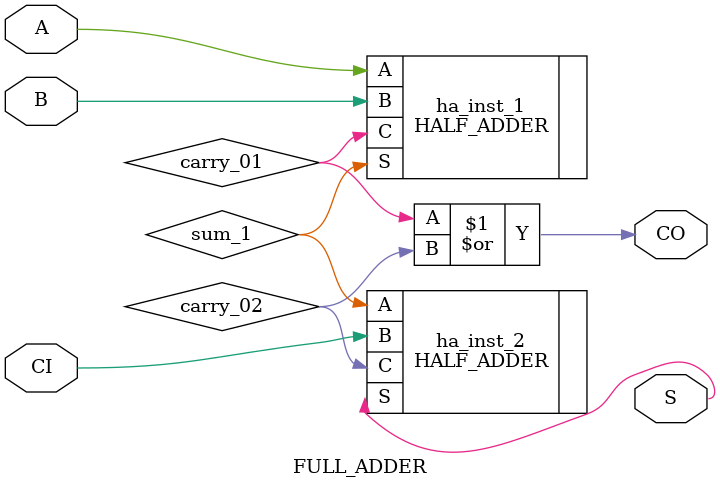
<source format=v>
`include "prj_definition.v"

module FULL_ADDER(S,CO,A,B, CI);
output S,CO;
input A,B, CI;

wire sum_1, carry_01, carry_02;

HALF_ADDER ha_inst_1(.S(sum_1), .C(carry_01), .A(A), .B(B));
HALF_ADDER ha_inst_2(.S(S), .C(carry_02), .A(sum_1), .B(CI));

or or_inst(CO,carry_01,carry_02);


endmodule

</source>
